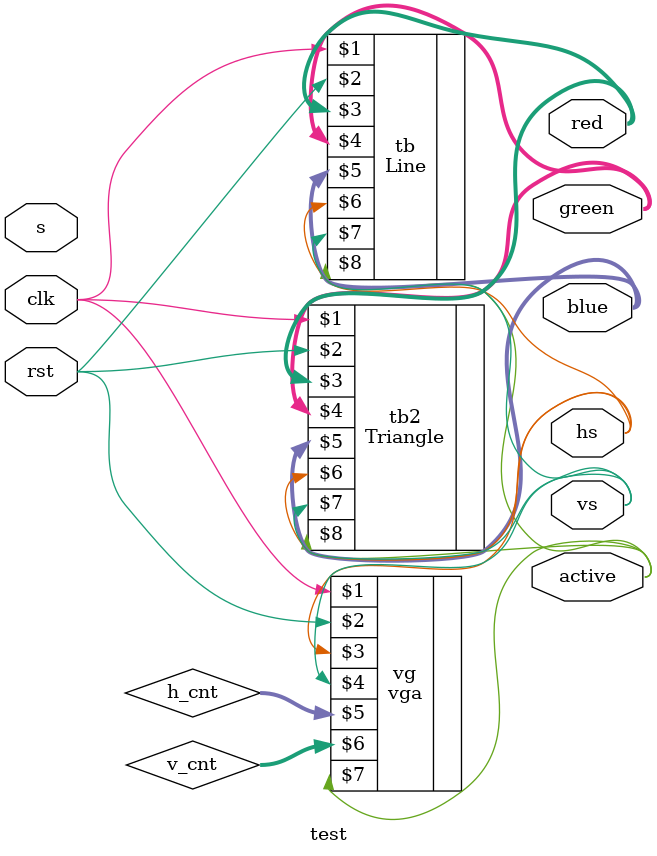
<source format=v>
`timescale 1ns / 1ps


module test(
   input s,
   input clk,
   input rst, //ÏµÍ³¸´Î»
   output [3:0] red,
   output [3:0] green,
   output [3:0] blue,
   output hs, // VGAÐÐÍ¬²½ÐÅºÅ
   output vs, // VGA³¡Í¬²½ÐÅºÅ
   output active
    );
    wire [11:0] h_cnt;                       
    wire [11:0] v_cnt; 
    vga vg(clk,rst,hs,vs,h_cnt,v_cnt,active);
    Line tb(clk,rst,red,green,blue,hs,vs,active);
    Triangle tb2(clk,rst,red,green,blue,hs,vs,active);
endmodule

</source>
